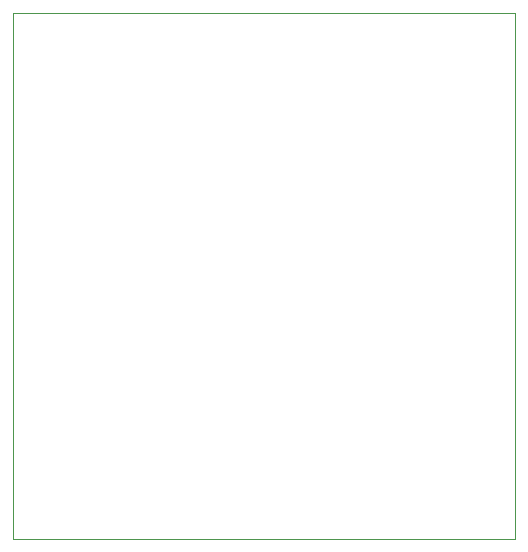
<source format=gm1>
%TF.GenerationSoftware,KiCad,Pcbnew,8.0.1*%
%TF.CreationDate,2024-04-07T23:26:14-05:00*%
%TF.ProjectId,ece445_headset,65636534-3435-45f6-9865-61647365742e,rev?*%
%TF.SameCoordinates,Original*%
%TF.FileFunction,Profile,NP*%
%FSLAX46Y46*%
G04 Gerber Fmt 4.6, Leading zero omitted, Abs format (unit mm)*
G04 Created by KiCad (PCBNEW 8.0.1) date 2024-04-07 23:26:14*
%MOMM*%
%LPD*%
G01*
G04 APERTURE LIST*
%TA.AperFunction,Profile*%
%ADD10C,0.050000*%
%TD*%
G04 APERTURE END LIST*
D10*
X131000000Y-43000000D02*
X173500000Y-43000000D01*
X173500000Y-87500000D01*
X131000000Y-87500000D01*
X131000000Y-43000000D01*
M02*

</source>
